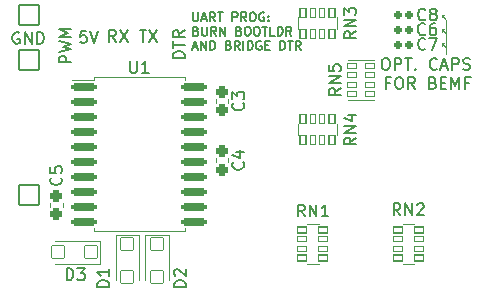
<source format=gto>
G04 #@! TF.GenerationSoftware,KiCad,Pcbnew,6.0.1-79c1e3a40b~116~ubuntu21.04.1*
G04 #@! TF.CreationDate,2022-02-15T17:28:43-05:00*
G04 #@! TF.ProjectId,ESC_V5,4553435f-5635-42e6-9b69-6361645f7063,rev?*
G04 #@! TF.SameCoordinates,Original*
G04 #@! TF.FileFunction,Legend,Top*
G04 #@! TF.FilePolarity,Positive*
%FSLAX46Y46*%
G04 Gerber Fmt 4.6, Leading zero omitted, Abs format (unit mm)*
G04 Created by KiCad (PCBNEW 6.0.1-79c1e3a40b~116~ubuntu21.04.1) date 2022-02-15 17:28:43*
%MOMM*%
%LPD*%
G01*
G04 APERTURE LIST*
G04 Aperture macros list*
%AMRoundRect*
0 Rectangle with rounded corners*
0 $1 Rounding radius*
0 $2 $3 $4 $5 $6 $7 $8 $9 X,Y pos of 4 corners*
0 Add a 4 corners polygon primitive as box body*
4,1,4,$2,$3,$4,$5,$6,$7,$8,$9,$2,$3,0*
0 Add four circle primitives for the rounded corners*
1,1,$1+$1,$2,$3*
1,1,$1+$1,$4,$5*
1,1,$1+$1,$6,$7*
1,1,$1+$1,$8,$9*
0 Add four rect primitives between the rounded corners*
20,1,$1+$1,$2,$3,$4,$5,0*
20,1,$1+$1,$4,$5,$6,$7,0*
20,1,$1+$1,$6,$7,$8,$9,0*
20,1,$1+$1,$8,$9,$2,$3,0*%
G04 Aperture macros list end*
%ADD10C,0.120000*%
%ADD11C,0.150000*%
%ADD12RoundRect,0.268750X-0.256250X0.218750X-0.256250X-0.218750X0.256250X-0.218750X0.256250X0.218750X0*%
%ADD13RoundRect,0.268750X0.256250X-0.218750X0.256250X0.218750X-0.256250X0.218750X-0.256250X-0.218750X0*%
%ADD14RoundRect,0.197500X-0.147500X-0.172500X0.147500X-0.172500X0.147500X0.172500X-0.147500X0.172500X0*%
%ADD15RoundRect,0.050000X-0.550000X0.550000X-0.550000X-0.550000X0.550000X-0.550000X0.550000X0.550000X0*%
%ADD16RoundRect,0.050000X0.550000X0.550000X-0.550000X0.550000X-0.550000X-0.550000X0.550000X-0.550000X0*%
%ADD17RoundRect,0.050000X-0.250000X0.400000X-0.250000X-0.400000X0.250000X-0.400000X0.250000X0.400000X0*%
%ADD18RoundRect,0.050000X-0.200000X0.400000X-0.200000X-0.400000X0.200000X-0.400000X0.200000X0.400000X0*%
%ADD19RoundRect,0.050000X0.380000X0.215000X-0.380000X0.215000X-0.380000X-0.215000X0.380000X-0.215000X0*%
%ADD20RoundRect,0.050000X-0.400000X-0.250000X0.400000X-0.250000X0.400000X0.250000X-0.400000X0.250000X0*%
%ADD21RoundRect,0.050000X-0.400000X-0.200000X0.400000X-0.200000X0.400000X0.200000X-0.400000X0.200000X0*%
%ADD22RoundRect,0.050000X0.400000X0.250000X-0.400000X0.250000X-0.400000X-0.250000X0.400000X-0.250000X0*%
%ADD23RoundRect,0.050000X0.400000X0.200000X-0.400000X0.200000X-0.400000X-0.200000X0.400000X-0.200000X0*%
%ADD24RoundRect,0.200000X-0.875000X-0.150000X0.875000X-0.150000X0.875000X0.150000X-0.875000X0.150000X0*%
%ADD25RoundRect,0.050000X0.850000X0.850000X-0.850000X0.850000X-0.850000X-0.850000X0.850000X-0.850000X0*%
%ADD26O,1.800000X1.800000*%
%ADD27RoundRect,0.050000X-0.850000X0.850000X-0.850000X-0.850000X0.850000X-0.850000X0.850000X0.850000X0*%
G04 APERTURE END LIST*
D10*
X156600000Y-141900000D02*
X156600000Y-141700000D01*
X156600000Y-144100000D02*
X156800000Y-144100000D01*
X157000000Y-144500000D02*
X156600000Y-144100000D01*
X156800000Y-144100000D02*
X156600000Y-144300000D01*
X156600000Y-144300000D02*
X156600000Y-144100000D01*
X156800000Y-141700000D02*
X156600000Y-141900000D01*
X156800000Y-142900000D02*
X156600000Y-143100000D01*
X156600000Y-141700000D02*
X156800000Y-141700000D01*
X156600000Y-142900000D02*
X156800000Y-142900000D01*
X157000000Y-145000000D02*
X157000000Y-142100000D01*
X157000000Y-142100000D02*
X156600000Y-141700000D01*
X157000000Y-143300000D02*
X156600000Y-142900000D01*
X156600000Y-143100000D02*
X156600000Y-142900000D01*
D11*
X125252380Y-145704761D02*
X124252380Y-145704761D01*
X124252380Y-145323809D01*
X124300000Y-145228571D01*
X124347619Y-145180952D01*
X124442857Y-145133333D01*
X124585714Y-145133333D01*
X124680952Y-145180952D01*
X124728571Y-145228571D01*
X124776190Y-145323809D01*
X124776190Y-145704761D01*
X124252380Y-144800000D02*
X125252380Y-144561904D01*
X124538095Y-144371428D01*
X125252380Y-144180952D01*
X124252380Y-143942857D01*
X125252380Y-143561904D02*
X124252380Y-143561904D01*
X124966666Y-143228571D01*
X124252380Y-142895238D01*
X125252380Y-142895238D01*
X135576071Y-141481785D02*
X135576071Y-142088928D01*
X135611785Y-142160357D01*
X135647500Y-142196071D01*
X135718928Y-142231785D01*
X135861785Y-142231785D01*
X135933214Y-142196071D01*
X135968928Y-142160357D01*
X136004642Y-142088928D01*
X136004642Y-141481785D01*
X136326071Y-142017500D02*
X136683214Y-142017500D01*
X136254642Y-142231785D02*
X136504642Y-141481785D01*
X136754642Y-142231785D01*
X137433214Y-142231785D02*
X137183214Y-141874642D01*
X137004642Y-142231785D02*
X137004642Y-141481785D01*
X137290357Y-141481785D01*
X137361785Y-141517500D01*
X137397500Y-141553214D01*
X137433214Y-141624642D01*
X137433214Y-141731785D01*
X137397500Y-141803214D01*
X137361785Y-141838928D01*
X137290357Y-141874642D01*
X137004642Y-141874642D01*
X137647500Y-141481785D02*
X138076071Y-141481785D01*
X137861785Y-142231785D02*
X137861785Y-141481785D01*
X138897500Y-142231785D02*
X138897500Y-141481785D01*
X139183214Y-141481785D01*
X139254642Y-141517500D01*
X139290357Y-141553214D01*
X139326071Y-141624642D01*
X139326071Y-141731785D01*
X139290357Y-141803214D01*
X139254642Y-141838928D01*
X139183214Y-141874642D01*
X138897500Y-141874642D01*
X140076071Y-142231785D02*
X139826071Y-141874642D01*
X139647500Y-142231785D02*
X139647500Y-141481785D01*
X139933214Y-141481785D01*
X140004642Y-141517500D01*
X140040357Y-141553214D01*
X140076071Y-141624642D01*
X140076071Y-141731785D01*
X140040357Y-141803214D01*
X140004642Y-141838928D01*
X139933214Y-141874642D01*
X139647500Y-141874642D01*
X140540357Y-141481785D02*
X140683214Y-141481785D01*
X140754642Y-141517500D01*
X140826071Y-141588928D01*
X140861785Y-141731785D01*
X140861785Y-141981785D01*
X140826071Y-142124642D01*
X140754642Y-142196071D01*
X140683214Y-142231785D01*
X140540357Y-142231785D01*
X140468928Y-142196071D01*
X140397500Y-142124642D01*
X140361785Y-141981785D01*
X140361785Y-141731785D01*
X140397500Y-141588928D01*
X140468928Y-141517500D01*
X140540357Y-141481785D01*
X141576071Y-141517500D02*
X141504642Y-141481785D01*
X141397500Y-141481785D01*
X141290357Y-141517500D01*
X141218928Y-141588928D01*
X141183214Y-141660357D01*
X141147500Y-141803214D01*
X141147500Y-141910357D01*
X141183214Y-142053214D01*
X141218928Y-142124642D01*
X141290357Y-142196071D01*
X141397500Y-142231785D01*
X141468928Y-142231785D01*
X141576071Y-142196071D01*
X141611785Y-142160357D01*
X141611785Y-141910357D01*
X141468928Y-141910357D01*
X141933214Y-142160357D02*
X141968928Y-142196071D01*
X141933214Y-142231785D01*
X141897500Y-142196071D01*
X141933214Y-142160357D01*
X141933214Y-142231785D01*
X141933214Y-141767500D02*
X141968928Y-141803214D01*
X141933214Y-141838928D01*
X141897500Y-141803214D01*
X141933214Y-141767500D01*
X141933214Y-141838928D01*
X135826071Y-143046428D02*
X135933214Y-143082142D01*
X135968928Y-143117857D01*
X136004642Y-143189285D01*
X136004642Y-143296428D01*
X135968928Y-143367857D01*
X135933214Y-143403571D01*
X135861785Y-143439285D01*
X135576071Y-143439285D01*
X135576071Y-142689285D01*
X135826071Y-142689285D01*
X135897500Y-142725000D01*
X135933214Y-142760714D01*
X135968928Y-142832142D01*
X135968928Y-142903571D01*
X135933214Y-142975000D01*
X135897500Y-143010714D01*
X135826071Y-143046428D01*
X135576071Y-143046428D01*
X136326071Y-142689285D02*
X136326071Y-143296428D01*
X136361785Y-143367857D01*
X136397500Y-143403571D01*
X136468928Y-143439285D01*
X136611785Y-143439285D01*
X136683214Y-143403571D01*
X136718928Y-143367857D01*
X136754642Y-143296428D01*
X136754642Y-142689285D01*
X137540357Y-143439285D02*
X137290357Y-143082142D01*
X137111785Y-143439285D02*
X137111785Y-142689285D01*
X137397500Y-142689285D01*
X137468928Y-142725000D01*
X137504642Y-142760714D01*
X137540357Y-142832142D01*
X137540357Y-142939285D01*
X137504642Y-143010714D01*
X137468928Y-143046428D01*
X137397500Y-143082142D01*
X137111785Y-143082142D01*
X137861785Y-143439285D02*
X137861785Y-142689285D01*
X138290357Y-143439285D01*
X138290357Y-142689285D01*
X139468928Y-143046428D02*
X139576071Y-143082142D01*
X139611785Y-143117857D01*
X139647500Y-143189285D01*
X139647500Y-143296428D01*
X139611785Y-143367857D01*
X139576071Y-143403571D01*
X139504642Y-143439285D01*
X139218928Y-143439285D01*
X139218928Y-142689285D01*
X139468928Y-142689285D01*
X139540357Y-142725000D01*
X139576071Y-142760714D01*
X139611785Y-142832142D01*
X139611785Y-142903571D01*
X139576071Y-142975000D01*
X139540357Y-143010714D01*
X139468928Y-143046428D01*
X139218928Y-143046428D01*
X140111785Y-142689285D02*
X140254642Y-142689285D01*
X140326071Y-142725000D01*
X140397500Y-142796428D01*
X140433214Y-142939285D01*
X140433214Y-143189285D01*
X140397500Y-143332142D01*
X140326071Y-143403571D01*
X140254642Y-143439285D01*
X140111785Y-143439285D01*
X140040357Y-143403571D01*
X139968928Y-143332142D01*
X139933214Y-143189285D01*
X139933214Y-142939285D01*
X139968928Y-142796428D01*
X140040357Y-142725000D01*
X140111785Y-142689285D01*
X140897500Y-142689285D02*
X141040357Y-142689285D01*
X141111785Y-142725000D01*
X141183214Y-142796428D01*
X141218928Y-142939285D01*
X141218928Y-143189285D01*
X141183214Y-143332142D01*
X141111785Y-143403571D01*
X141040357Y-143439285D01*
X140897500Y-143439285D01*
X140826071Y-143403571D01*
X140754642Y-143332142D01*
X140718928Y-143189285D01*
X140718928Y-142939285D01*
X140754642Y-142796428D01*
X140826071Y-142725000D01*
X140897500Y-142689285D01*
X141433214Y-142689285D02*
X141861785Y-142689285D01*
X141647500Y-143439285D02*
X141647500Y-142689285D01*
X142468928Y-143439285D02*
X142111785Y-143439285D01*
X142111785Y-142689285D01*
X142718928Y-143439285D02*
X142718928Y-142689285D01*
X142897500Y-142689285D01*
X143004642Y-142725000D01*
X143076071Y-142796428D01*
X143111785Y-142867857D01*
X143147500Y-143010714D01*
X143147500Y-143117857D01*
X143111785Y-143260714D01*
X143076071Y-143332142D01*
X143004642Y-143403571D01*
X142897500Y-143439285D01*
X142718928Y-143439285D01*
X143897500Y-143439285D02*
X143647500Y-143082142D01*
X143468928Y-143439285D02*
X143468928Y-142689285D01*
X143754642Y-142689285D01*
X143826071Y-142725000D01*
X143861785Y-142760714D01*
X143897500Y-142832142D01*
X143897500Y-142939285D01*
X143861785Y-143010714D01*
X143826071Y-143046428D01*
X143754642Y-143082142D01*
X143468928Y-143082142D01*
X135540357Y-144432500D02*
X135897500Y-144432500D01*
X135468928Y-144646785D02*
X135718928Y-143896785D01*
X135968928Y-144646785D01*
X136218928Y-144646785D02*
X136218928Y-143896785D01*
X136647500Y-144646785D01*
X136647500Y-143896785D01*
X137004642Y-144646785D02*
X137004642Y-143896785D01*
X137183214Y-143896785D01*
X137290357Y-143932500D01*
X137361785Y-144003928D01*
X137397500Y-144075357D01*
X137433214Y-144218214D01*
X137433214Y-144325357D01*
X137397500Y-144468214D01*
X137361785Y-144539642D01*
X137290357Y-144611071D01*
X137183214Y-144646785D01*
X137004642Y-144646785D01*
X138576071Y-144253928D02*
X138683214Y-144289642D01*
X138718928Y-144325357D01*
X138754642Y-144396785D01*
X138754642Y-144503928D01*
X138718928Y-144575357D01*
X138683214Y-144611071D01*
X138611785Y-144646785D01*
X138326071Y-144646785D01*
X138326071Y-143896785D01*
X138576071Y-143896785D01*
X138647500Y-143932500D01*
X138683214Y-143968214D01*
X138718928Y-144039642D01*
X138718928Y-144111071D01*
X138683214Y-144182500D01*
X138647500Y-144218214D01*
X138576071Y-144253928D01*
X138326071Y-144253928D01*
X139504642Y-144646785D02*
X139254642Y-144289642D01*
X139076071Y-144646785D02*
X139076071Y-143896785D01*
X139361785Y-143896785D01*
X139433214Y-143932500D01*
X139468928Y-143968214D01*
X139504642Y-144039642D01*
X139504642Y-144146785D01*
X139468928Y-144218214D01*
X139433214Y-144253928D01*
X139361785Y-144289642D01*
X139076071Y-144289642D01*
X139826071Y-144646785D02*
X139826071Y-143896785D01*
X140183214Y-144646785D02*
X140183214Y-143896785D01*
X140361785Y-143896785D01*
X140468928Y-143932500D01*
X140540357Y-144003928D01*
X140576071Y-144075357D01*
X140611785Y-144218214D01*
X140611785Y-144325357D01*
X140576071Y-144468214D01*
X140540357Y-144539642D01*
X140468928Y-144611071D01*
X140361785Y-144646785D01*
X140183214Y-144646785D01*
X141326071Y-143932500D02*
X141254642Y-143896785D01*
X141147500Y-143896785D01*
X141040357Y-143932500D01*
X140968928Y-144003928D01*
X140933214Y-144075357D01*
X140897500Y-144218214D01*
X140897500Y-144325357D01*
X140933214Y-144468214D01*
X140968928Y-144539642D01*
X141040357Y-144611071D01*
X141147500Y-144646785D01*
X141218928Y-144646785D01*
X141326071Y-144611071D01*
X141361785Y-144575357D01*
X141361785Y-144325357D01*
X141218928Y-144325357D01*
X141683214Y-144253928D02*
X141933214Y-144253928D01*
X142040357Y-144646785D02*
X141683214Y-144646785D01*
X141683214Y-143896785D01*
X142040357Y-143896785D01*
X142933214Y-144646785D02*
X142933214Y-143896785D01*
X143111785Y-143896785D01*
X143218928Y-143932500D01*
X143290357Y-144003928D01*
X143326071Y-144075357D01*
X143361785Y-144218214D01*
X143361785Y-144325357D01*
X143326071Y-144468214D01*
X143290357Y-144539642D01*
X143218928Y-144611071D01*
X143111785Y-144646785D01*
X142933214Y-144646785D01*
X143576071Y-143896785D02*
X144004642Y-143896785D01*
X143790357Y-144646785D02*
X143790357Y-143896785D01*
X144683214Y-144646785D02*
X144433214Y-144289642D01*
X144254642Y-144646785D02*
X144254642Y-143896785D01*
X144540357Y-143896785D01*
X144611785Y-143932500D01*
X144647500Y-143968214D01*
X144683214Y-144039642D01*
X144683214Y-144146785D01*
X144647500Y-144218214D01*
X144611785Y-144253928D01*
X144540357Y-144289642D01*
X144254642Y-144289642D01*
X129033333Y-143952380D02*
X128700000Y-143476190D01*
X128461904Y-143952380D02*
X128461904Y-142952380D01*
X128842857Y-142952380D01*
X128938095Y-143000000D01*
X128985714Y-143047619D01*
X129033333Y-143142857D01*
X129033333Y-143285714D01*
X128985714Y-143380952D01*
X128938095Y-143428571D01*
X128842857Y-143476190D01*
X128461904Y-143476190D01*
X129366666Y-142952380D02*
X130033333Y-143952380D01*
X130033333Y-142952380D02*
X129366666Y-143952380D01*
X126509523Y-143052380D02*
X126033333Y-143052380D01*
X125985714Y-143528571D01*
X126033333Y-143480952D01*
X126128571Y-143433333D01*
X126366666Y-143433333D01*
X126461904Y-143480952D01*
X126509523Y-143528571D01*
X126557142Y-143623809D01*
X126557142Y-143861904D01*
X126509523Y-143957142D01*
X126461904Y-144004761D01*
X126366666Y-144052380D01*
X126128571Y-144052380D01*
X126033333Y-144004761D01*
X125985714Y-143957142D01*
X126842857Y-143052380D02*
X127176190Y-144052380D01*
X127509523Y-143052380D01*
X120838095Y-143200000D02*
X120742857Y-143152380D01*
X120600000Y-143152380D01*
X120457142Y-143200000D01*
X120361904Y-143295238D01*
X120314285Y-143390476D01*
X120266666Y-143580952D01*
X120266666Y-143723809D01*
X120314285Y-143914285D01*
X120361904Y-144009523D01*
X120457142Y-144104761D01*
X120600000Y-144152380D01*
X120695238Y-144152380D01*
X120838095Y-144104761D01*
X120885714Y-144057142D01*
X120885714Y-143723809D01*
X120695238Y-143723809D01*
X121314285Y-144152380D02*
X121314285Y-143152380D01*
X121885714Y-144152380D01*
X121885714Y-143152380D01*
X122361904Y-144152380D02*
X122361904Y-143152380D01*
X122600000Y-143152380D01*
X122742857Y-143200000D01*
X122838095Y-143295238D01*
X122885714Y-143390476D01*
X122933333Y-143580952D01*
X122933333Y-143723809D01*
X122885714Y-143914285D01*
X122838095Y-144009523D01*
X122742857Y-144104761D01*
X122600000Y-144152380D01*
X122361904Y-144152380D01*
X134852380Y-145342857D02*
X133852380Y-145342857D01*
X133852380Y-145104761D01*
X133900000Y-144961904D01*
X133995238Y-144866666D01*
X134090476Y-144819047D01*
X134280952Y-144771428D01*
X134423809Y-144771428D01*
X134614285Y-144819047D01*
X134709523Y-144866666D01*
X134804761Y-144961904D01*
X134852380Y-145104761D01*
X134852380Y-145342857D01*
X133852380Y-144485714D02*
X133852380Y-143914285D01*
X134852380Y-144200000D02*
X133852380Y-144200000D01*
X134852380Y-143009523D02*
X134376190Y-143342857D01*
X134852380Y-143580952D02*
X133852380Y-143580952D01*
X133852380Y-143200000D01*
X133900000Y-143104761D01*
X133947619Y-143057142D01*
X134042857Y-143009523D01*
X134185714Y-143009523D01*
X134280952Y-143057142D01*
X134328571Y-143104761D01*
X134376190Y-143200000D01*
X134376190Y-143580952D01*
X151773928Y-145347380D02*
X151964404Y-145347380D01*
X152059642Y-145395000D01*
X152154880Y-145490238D01*
X152202500Y-145680714D01*
X152202500Y-146014047D01*
X152154880Y-146204523D01*
X152059642Y-146299761D01*
X151964404Y-146347380D01*
X151773928Y-146347380D01*
X151678690Y-146299761D01*
X151583452Y-146204523D01*
X151535833Y-146014047D01*
X151535833Y-145680714D01*
X151583452Y-145490238D01*
X151678690Y-145395000D01*
X151773928Y-145347380D01*
X152631071Y-146347380D02*
X152631071Y-145347380D01*
X153012023Y-145347380D01*
X153107261Y-145395000D01*
X153154880Y-145442619D01*
X153202500Y-145537857D01*
X153202500Y-145680714D01*
X153154880Y-145775952D01*
X153107261Y-145823571D01*
X153012023Y-145871190D01*
X152631071Y-145871190D01*
X153488214Y-145347380D02*
X154059642Y-145347380D01*
X153773928Y-146347380D02*
X153773928Y-145347380D01*
X154392976Y-146252142D02*
X154440595Y-146299761D01*
X154392976Y-146347380D01*
X154345357Y-146299761D01*
X154392976Y-146252142D01*
X154392976Y-146347380D01*
X156202500Y-146252142D02*
X156154880Y-146299761D01*
X156012023Y-146347380D01*
X155916785Y-146347380D01*
X155773928Y-146299761D01*
X155678690Y-146204523D01*
X155631071Y-146109285D01*
X155583452Y-145918809D01*
X155583452Y-145775952D01*
X155631071Y-145585476D01*
X155678690Y-145490238D01*
X155773928Y-145395000D01*
X155916785Y-145347380D01*
X156012023Y-145347380D01*
X156154880Y-145395000D01*
X156202500Y-145442619D01*
X156583452Y-146061666D02*
X157059642Y-146061666D01*
X156488214Y-146347380D02*
X156821547Y-145347380D01*
X157154880Y-146347380D01*
X157488214Y-146347380D02*
X157488214Y-145347380D01*
X157869166Y-145347380D01*
X157964404Y-145395000D01*
X158012023Y-145442619D01*
X158059642Y-145537857D01*
X158059642Y-145680714D01*
X158012023Y-145775952D01*
X157964404Y-145823571D01*
X157869166Y-145871190D01*
X157488214Y-145871190D01*
X158440595Y-146299761D02*
X158583452Y-146347380D01*
X158821547Y-146347380D01*
X158916785Y-146299761D01*
X158964404Y-146252142D01*
X159012023Y-146156904D01*
X159012023Y-146061666D01*
X158964404Y-145966428D01*
X158916785Y-145918809D01*
X158821547Y-145871190D01*
X158631071Y-145823571D01*
X158535833Y-145775952D01*
X158488214Y-145728333D01*
X158440595Y-145633095D01*
X158440595Y-145537857D01*
X158488214Y-145442619D01*
X158535833Y-145395000D01*
X158631071Y-145347380D01*
X158869166Y-145347380D01*
X159012023Y-145395000D01*
X152202500Y-147433571D02*
X151869166Y-147433571D01*
X151869166Y-147957380D02*
X151869166Y-146957380D01*
X152345357Y-146957380D01*
X152916785Y-146957380D02*
X153107261Y-146957380D01*
X153202500Y-147005000D01*
X153297738Y-147100238D01*
X153345357Y-147290714D01*
X153345357Y-147624047D01*
X153297738Y-147814523D01*
X153202500Y-147909761D01*
X153107261Y-147957380D01*
X152916785Y-147957380D01*
X152821547Y-147909761D01*
X152726309Y-147814523D01*
X152678690Y-147624047D01*
X152678690Y-147290714D01*
X152726309Y-147100238D01*
X152821547Y-147005000D01*
X152916785Y-146957380D01*
X154345357Y-147957380D02*
X154012023Y-147481190D01*
X153773928Y-147957380D02*
X153773928Y-146957380D01*
X154154880Y-146957380D01*
X154250119Y-147005000D01*
X154297738Y-147052619D01*
X154345357Y-147147857D01*
X154345357Y-147290714D01*
X154297738Y-147385952D01*
X154250119Y-147433571D01*
X154154880Y-147481190D01*
X153773928Y-147481190D01*
X155869166Y-147433571D02*
X156012023Y-147481190D01*
X156059642Y-147528809D01*
X156107261Y-147624047D01*
X156107261Y-147766904D01*
X156059642Y-147862142D01*
X156012023Y-147909761D01*
X155916785Y-147957380D01*
X155535833Y-147957380D01*
X155535833Y-146957380D01*
X155869166Y-146957380D01*
X155964404Y-147005000D01*
X156012023Y-147052619D01*
X156059642Y-147147857D01*
X156059642Y-147243095D01*
X156012023Y-147338333D01*
X155964404Y-147385952D01*
X155869166Y-147433571D01*
X155535833Y-147433571D01*
X156535833Y-147433571D02*
X156869166Y-147433571D01*
X157012023Y-147957380D02*
X156535833Y-147957380D01*
X156535833Y-146957380D01*
X157012023Y-146957380D01*
X157440595Y-147957380D02*
X157440595Y-146957380D01*
X157773928Y-147671666D01*
X158107261Y-146957380D01*
X158107261Y-147957380D01*
X158916785Y-147433571D02*
X158583452Y-147433571D01*
X158583452Y-147957380D02*
X158583452Y-146957380D01*
X159059642Y-146957380D01*
X131038095Y-142952380D02*
X131609523Y-142952380D01*
X131323809Y-143952380D02*
X131323809Y-142952380D01*
X131847619Y-142952380D02*
X132514285Y-143952380D01*
X132514285Y-142952380D02*
X131847619Y-143952380D01*
X139787142Y-149166666D02*
X139834761Y-149214285D01*
X139882380Y-149357142D01*
X139882380Y-149452380D01*
X139834761Y-149595238D01*
X139739523Y-149690476D01*
X139644285Y-149738095D01*
X139453809Y-149785714D01*
X139310952Y-149785714D01*
X139120476Y-149738095D01*
X139025238Y-149690476D01*
X138930000Y-149595238D01*
X138882380Y-149452380D01*
X138882380Y-149357142D01*
X138930000Y-149214285D01*
X138977619Y-149166666D01*
X138882380Y-148833333D02*
X138882380Y-148214285D01*
X139263333Y-148547619D01*
X139263333Y-148404761D01*
X139310952Y-148309523D01*
X139358571Y-148261904D01*
X139453809Y-148214285D01*
X139691904Y-148214285D01*
X139787142Y-148261904D01*
X139834761Y-148309523D01*
X139882380Y-148404761D01*
X139882380Y-148690476D01*
X139834761Y-148785714D01*
X139787142Y-148833333D01*
X139787142Y-154166666D02*
X139834761Y-154214285D01*
X139882380Y-154357142D01*
X139882380Y-154452380D01*
X139834761Y-154595238D01*
X139739523Y-154690476D01*
X139644285Y-154738095D01*
X139453809Y-154785714D01*
X139310952Y-154785714D01*
X139120476Y-154738095D01*
X139025238Y-154690476D01*
X138930000Y-154595238D01*
X138882380Y-154452380D01*
X138882380Y-154357142D01*
X138930000Y-154214285D01*
X138977619Y-154166666D01*
X139215714Y-153309523D02*
X139882380Y-153309523D01*
X138834761Y-153547619D02*
X139549047Y-153785714D01*
X139549047Y-153166666D01*
X124357142Y-155466666D02*
X124404761Y-155514285D01*
X124452380Y-155657142D01*
X124452380Y-155752380D01*
X124404761Y-155895238D01*
X124309523Y-155990476D01*
X124214285Y-156038095D01*
X124023809Y-156085714D01*
X123880952Y-156085714D01*
X123690476Y-156038095D01*
X123595238Y-155990476D01*
X123500000Y-155895238D01*
X123452380Y-155752380D01*
X123452380Y-155657142D01*
X123500000Y-155514285D01*
X123547619Y-155466666D01*
X123452380Y-154561904D02*
X123452380Y-155038095D01*
X123928571Y-155085714D01*
X123880952Y-155038095D01*
X123833333Y-154942857D01*
X123833333Y-154704761D01*
X123880952Y-154609523D01*
X123928571Y-154561904D01*
X124023809Y-154514285D01*
X124261904Y-154514285D01*
X124357142Y-154561904D01*
X124404761Y-154609523D01*
X124452380Y-154704761D01*
X124452380Y-154942857D01*
X124404761Y-155038095D01*
X124357142Y-155085714D01*
X155218333Y-143307142D02*
X155170714Y-143354761D01*
X155027857Y-143402380D01*
X154932619Y-143402380D01*
X154789761Y-143354761D01*
X154694523Y-143259523D01*
X154646904Y-143164285D01*
X154599285Y-142973809D01*
X154599285Y-142830952D01*
X154646904Y-142640476D01*
X154694523Y-142545238D01*
X154789761Y-142450000D01*
X154932619Y-142402380D01*
X155027857Y-142402380D01*
X155170714Y-142450000D01*
X155218333Y-142497619D01*
X156075476Y-142402380D02*
X155885000Y-142402380D01*
X155789761Y-142450000D01*
X155742142Y-142497619D01*
X155646904Y-142640476D01*
X155599285Y-142830952D01*
X155599285Y-143211904D01*
X155646904Y-143307142D01*
X155694523Y-143354761D01*
X155789761Y-143402380D01*
X155980238Y-143402380D01*
X156075476Y-143354761D01*
X156123095Y-143307142D01*
X156170714Y-143211904D01*
X156170714Y-142973809D01*
X156123095Y-142878571D01*
X156075476Y-142830952D01*
X155980238Y-142783333D01*
X155789761Y-142783333D01*
X155694523Y-142830952D01*
X155646904Y-142878571D01*
X155599285Y-142973809D01*
X155233333Y-144557142D02*
X155185714Y-144604761D01*
X155042857Y-144652380D01*
X154947619Y-144652380D01*
X154804761Y-144604761D01*
X154709523Y-144509523D01*
X154661904Y-144414285D01*
X154614285Y-144223809D01*
X154614285Y-144080952D01*
X154661904Y-143890476D01*
X154709523Y-143795238D01*
X154804761Y-143700000D01*
X154947619Y-143652380D01*
X155042857Y-143652380D01*
X155185714Y-143700000D01*
X155233333Y-143747619D01*
X155566666Y-143652380D02*
X156233333Y-143652380D01*
X155804761Y-144652380D01*
X155233333Y-142057142D02*
X155185714Y-142104761D01*
X155042857Y-142152380D01*
X154947619Y-142152380D01*
X154804761Y-142104761D01*
X154709523Y-142009523D01*
X154661904Y-141914285D01*
X154614285Y-141723809D01*
X154614285Y-141580952D01*
X154661904Y-141390476D01*
X154709523Y-141295238D01*
X154804761Y-141200000D01*
X154947619Y-141152380D01*
X155042857Y-141152380D01*
X155185714Y-141200000D01*
X155233333Y-141247619D01*
X155804761Y-141580952D02*
X155709523Y-141533333D01*
X155661904Y-141485714D01*
X155614285Y-141390476D01*
X155614285Y-141342857D01*
X155661904Y-141247619D01*
X155709523Y-141200000D01*
X155804761Y-141152380D01*
X155995238Y-141152380D01*
X156090476Y-141200000D01*
X156138095Y-141247619D01*
X156185714Y-141342857D01*
X156185714Y-141390476D01*
X156138095Y-141485714D01*
X156090476Y-141533333D01*
X155995238Y-141580952D01*
X155804761Y-141580952D01*
X155709523Y-141628571D01*
X155661904Y-141676190D01*
X155614285Y-141771428D01*
X155614285Y-141961904D01*
X155661904Y-142057142D01*
X155709523Y-142104761D01*
X155804761Y-142152380D01*
X155995238Y-142152380D01*
X156090476Y-142104761D01*
X156138095Y-142057142D01*
X156185714Y-141961904D01*
X156185714Y-141771428D01*
X156138095Y-141676190D01*
X156090476Y-141628571D01*
X155995238Y-141580952D01*
X128452380Y-164738095D02*
X127452380Y-164738095D01*
X127452380Y-164500000D01*
X127500000Y-164357142D01*
X127595238Y-164261904D01*
X127690476Y-164214285D01*
X127880952Y-164166666D01*
X128023809Y-164166666D01*
X128214285Y-164214285D01*
X128309523Y-164261904D01*
X128404761Y-164357142D01*
X128452380Y-164500000D01*
X128452380Y-164738095D01*
X128452380Y-163214285D02*
X128452380Y-163785714D01*
X128452380Y-163500000D02*
X127452380Y-163500000D01*
X127595238Y-163595238D01*
X127690476Y-163690476D01*
X127738095Y-163785714D01*
X134952380Y-164738095D02*
X133952380Y-164738095D01*
X133952380Y-164500000D01*
X134000000Y-164357142D01*
X134095238Y-164261904D01*
X134190476Y-164214285D01*
X134380952Y-164166666D01*
X134523809Y-164166666D01*
X134714285Y-164214285D01*
X134809523Y-164261904D01*
X134904761Y-164357142D01*
X134952380Y-164500000D01*
X134952380Y-164738095D01*
X134047619Y-163785714D02*
X134000000Y-163738095D01*
X133952380Y-163642857D01*
X133952380Y-163404761D01*
X134000000Y-163309523D01*
X134047619Y-163261904D01*
X134142857Y-163214285D01*
X134238095Y-163214285D01*
X134380952Y-163261904D01*
X134952380Y-163833333D01*
X134952380Y-163214285D01*
X124861904Y-164152380D02*
X124861904Y-163152380D01*
X125100000Y-163152380D01*
X125242857Y-163200000D01*
X125338095Y-163295238D01*
X125385714Y-163390476D01*
X125433333Y-163580952D01*
X125433333Y-163723809D01*
X125385714Y-163914285D01*
X125338095Y-164009523D01*
X125242857Y-164104761D01*
X125100000Y-164152380D01*
X124861904Y-164152380D01*
X125766666Y-163152380D02*
X126385714Y-163152380D01*
X126052380Y-163533333D01*
X126195238Y-163533333D01*
X126290476Y-163580952D01*
X126338095Y-163628571D01*
X126385714Y-163723809D01*
X126385714Y-163961904D01*
X126338095Y-164057142D01*
X126290476Y-164104761D01*
X126195238Y-164152380D01*
X125909523Y-164152380D01*
X125814285Y-164104761D01*
X125766666Y-164057142D01*
X149352380Y-152090476D02*
X148876190Y-152423809D01*
X149352380Y-152661904D02*
X148352380Y-152661904D01*
X148352380Y-152280952D01*
X148400000Y-152185714D01*
X148447619Y-152138095D01*
X148542857Y-152090476D01*
X148685714Y-152090476D01*
X148780952Y-152138095D01*
X148828571Y-152185714D01*
X148876190Y-152280952D01*
X148876190Y-152661904D01*
X149352380Y-151661904D02*
X148352380Y-151661904D01*
X149352380Y-151090476D01*
X148352380Y-151090476D01*
X148685714Y-150185714D02*
X149352380Y-150185714D01*
X148304761Y-150423809D02*
X149019047Y-150661904D01*
X149019047Y-150042857D01*
X148052380Y-147890476D02*
X147576190Y-148223809D01*
X148052380Y-148461904D02*
X147052380Y-148461904D01*
X147052380Y-148080952D01*
X147100000Y-147985714D01*
X147147619Y-147938095D01*
X147242857Y-147890476D01*
X147385714Y-147890476D01*
X147480952Y-147938095D01*
X147528571Y-147985714D01*
X147576190Y-148080952D01*
X147576190Y-148461904D01*
X148052380Y-147461904D02*
X147052380Y-147461904D01*
X148052380Y-146890476D01*
X147052380Y-146890476D01*
X147052380Y-145938095D02*
X147052380Y-146414285D01*
X147528571Y-146461904D01*
X147480952Y-146414285D01*
X147433333Y-146319047D01*
X147433333Y-146080952D01*
X147480952Y-145985714D01*
X147528571Y-145938095D01*
X147623809Y-145890476D01*
X147861904Y-145890476D01*
X147957142Y-145938095D01*
X148004761Y-145985714D01*
X148052380Y-146080952D01*
X148052380Y-146319047D01*
X148004761Y-146414285D01*
X147957142Y-146461904D01*
X145009523Y-158752380D02*
X144676190Y-158276190D01*
X144438095Y-158752380D02*
X144438095Y-157752380D01*
X144819047Y-157752380D01*
X144914285Y-157800000D01*
X144961904Y-157847619D01*
X145009523Y-157942857D01*
X145009523Y-158085714D01*
X144961904Y-158180952D01*
X144914285Y-158228571D01*
X144819047Y-158276190D01*
X144438095Y-158276190D01*
X145438095Y-158752380D02*
X145438095Y-157752380D01*
X146009523Y-158752380D01*
X146009523Y-157752380D01*
X147009523Y-158752380D02*
X146438095Y-158752380D01*
X146723809Y-158752380D02*
X146723809Y-157752380D01*
X146628571Y-157895238D01*
X146533333Y-157990476D01*
X146438095Y-158038095D01*
X153109523Y-158652380D02*
X152776190Y-158176190D01*
X152538095Y-158652380D02*
X152538095Y-157652380D01*
X152919047Y-157652380D01*
X153014285Y-157700000D01*
X153061904Y-157747619D01*
X153109523Y-157842857D01*
X153109523Y-157985714D01*
X153061904Y-158080952D01*
X153014285Y-158128571D01*
X152919047Y-158176190D01*
X152538095Y-158176190D01*
X153538095Y-158652380D02*
X153538095Y-157652380D01*
X154109523Y-158652380D01*
X154109523Y-157652380D01*
X154538095Y-157747619D02*
X154585714Y-157700000D01*
X154680952Y-157652380D01*
X154919047Y-157652380D01*
X155014285Y-157700000D01*
X155061904Y-157747619D01*
X155109523Y-157842857D01*
X155109523Y-157938095D01*
X155061904Y-158080952D01*
X154490476Y-158652380D01*
X155109523Y-158652380D01*
X149352380Y-143090476D02*
X148876190Y-143423809D01*
X149352380Y-143661904D02*
X148352380Y-143661904D01*
X148352380Y-143280952D01*
X148400000Y-143185714D01*
X148447619Y-143138095D01*
X148542857Y-143090476D01*
X148685714Y-143090476D01*
X148780952Y-143138095D01*
X148828571Y-143185714D01*
X148876190Y-143280952D01*
X148876190Y-143661904D01*
X149352380Y-142661904D02*
X148352380Y-142661904D01*
X149352380Y-142090476D01*
X148352380Y-142090476D01*
X148352380Y-141709523D02*
X148352380Y-141090476D01*
X148733333Y-141423809D01*
X148733333Y-141280952D01*
X148780952Y-141185714D01*
X148828571Y-141138095D01*
X148923809Y-141090476D01*
X149161904Y-141090476D01*
X149257142Y-141138095D01*
X149304761Y-141185714D01*
X149352380Y-141280952D01*
X149352380Y-141566666D01*
X149304761Y-141661904D01*
X149257142Y-141709523D01*
X130238095Y-145602380D02*
X130238095Y-146411904D01*
X130285714Y-146507142D01*
X130333333Y-146554761D01*
X130428571Y-146602380D01*
X130619047Y-146602380D01*
X130714285Y-146554761D01*
X130761904Y-146507142D01*
X130809523Y-146411904D01*
X130809523Y-145602380D01*
X131809523Y-146602380D02*
X131238095Y-146602380D01*
X131523809Y-146602380D02*
X131523809Y-145602380D01*
X131428571Y-145745238D01*
X131333333Y-145840476D01*
X131238095Y-145888095D01*
D10*
X137490000Y-148837221D02*
X137490000Y-149162779D01*
X138510000Y-148837221D02*
X138510000Y-149162779D01*
X138510000Y-153837221D02*
X138510000Y-154162779D01*
X137490000Y-153837221D02*
X137490000Y-154162779D01*
X124510000Y-157950279D02*
X124510000Y-157624721D01*
X123490000Y-157950279D02*
X123490000Y-157624721D01*
X131000000Y-160300000D02*
X129000000Y-160300000D01*
X131000000Y-160300000D02*
X131000000Y-164150000D01*
X129000000Y-160300000D02*
X129000000Y-164150000D01*
X133500000Y-160300000D02*
X133500000Y-164150000D01*
X131500000Y-160300000D02*
X131500000Y-164150000D01*
X133500000Y-160300000D02*
X131500000Y-160300000D01*
X127700000Y-162800000D02*
X123850000Y-162800000D01*
X127700000Y-160800000D02*
X123850000Y-160800000D01*
X127700000Y-162800000D02*
X127700000Y-160800000D01*
X147780000Y-151900000D02*
X147780000Y-150900000D01*
X144420000Y-151900000D02*
X144420000Y-150900000D01*
X150860000Y-145500000D02*
X148660000Y-145500000D01*
X150860000Y-148900000D02*
X148660000Y-148900000D01*
X146200000Y-159420000D02*
X145200000Y-159420000D01*
X146200000Y-162780000D02*
X145200000Y-162780000D01*
X153300000Y-159420000D02*
X154300000Y-159420000D01*
X153300000Y-162780000D02*
X154300000Y-162780000D01*
X147780000Y-142900000D02*
X147780000Y-141900000D01*
X144420000Y-142900000D02*
X144420000Y-141900000D01*
X134860000Y-160010000D02*
X134860000Y-159775000D01*
X127140000Y-146990000D02*
X127140000Y-147225000D01*
X127140000Y-160010000D02*
X127140000Y-159775000D01*
X131000000Y-160010000D02*
X127140000Y-160010000D01*
X131000000Y-160010000D02*
X134860000Y-160010000D01*
X131000000Y-146990000D02*
X134860000Y-146990000D01*
X134860000Y-146990000D02*
X134860000Y-147225000D01*
X127140000Y-147225000D02*
X125325000Y-147225000D01*
X131000000Y-146990000D02*
X127140000Y-146990000D01*
%LPC*%
D12*
X138000000Y-148212500D03*
X138000000Y-149787500D03*
X138000000Y-153212500D03*
X138000000Y-154787500D03*
D13*
X124000000Y-158575000D03*
X124000000Y-157000000D03*
D14*
X152915000Y-142950000D03*
X153885000Y-142950000D03*
X152915000Y-144200000D03*
X153885000Y-144200000D03*
X152915000Y-141700000D03*
X153885000Y-141700000D03*
D15*
X130000000Y-161100000D03*
X130000000Y-163900000D03*
X132500000Y-161100000D03*
X132500000Y-163900000D03*
D16*
X126900000Y-161800000D03*
X124100000Y-161800000D03*
D17*
X147300000Y-150500000D03*
D18*
X146500000Y-150500000D03*
X145700000Y-150500000D03*
D17*
X144900000Y-150500000D03*
X144900000Y-152300000D03*
D18*
X145700000Y-152300000D03*
X146500000Y-152300000D03*
D17*
X147300000Y-152300000D03*
D19*
X149000000Y-146000000D03*
X149000000Y-146800000D03*
X149000000Y-147600000D03*
X149000000Y-148400000D03*
X150520000Y-148400000D03*
X150520000Y-147600000D03*
X150520000Y-146800000D03*
X150520000Y-146000000D03*
D20*
X144800000Y-159900000D03*
D21*
X144800000Y-160700000D03*
X144800000Y-161500000D03*
D20*
X144800000Y-162300000D03*
X146600000Y-162300000D03*
D21*
X146600000Y-161500000D03*
X146600000Y-160700000D03*
D20*
X146600000Y-159900000D03*
D22*
X154700000Y-162300000D03*
D23*
X154700000Y-161500000D03*
X154700000Y-160700000D03*
D22*
X154700000Y-159900000D03*
X152900000Y-159900000D03*
D23*
X152900000Y-160700000D03*
X152900000Y-161500000D03*
D22*
X152900000Y-162300000D03*
D17*
X147300000Y-141500000D03*
D18*
X146500000Y-141500000D03*
X145700000Y-141500000D03*
D17*
X144900000Y-141500000D03*
X144900000Y-143300000D03*
D18*
X145700000Y-143300000D03*
X146500000Y-143300000D03*
D17*
X147300000Y-143300000D03*
D24*
X126350000Y-147785000D03*
X126350000Y-149055000D03*
X126350000Y-150325000D03*
X126350000Y-151595000D03*
X126350000Y-152865000D03*
X126350000Y-154135000D03*
X126350000Y-155405000D03*
X126350000Y-156675000D03*
X126350000Y-157945000D03*
X126350000Y-159215000D03*
X135650000Y-159215000D03*
X135650000Y-157945000D03*
X135650000Y-156675000D03*
X135650000Y-155405000D03*
X135650000Y-154135000D03*
X135650000Y-152865000D03*
X135650000Y-151595000D03*
X135650000Y-150325000D03*
X135650000Y-149055000D03*
X135650000Y-147785000D03*
D25*
X121650000Y-145540000D03*
D26*
X121650000Y-148080000D03*
X121650000Y-150620000D03*
X121650000Y-153160000D03*
D25*
X121650000Y-156970000D03*
D26*
X121650000Y-159510000D03*
X121650000Y-162050000D03*
D27*
X121650000Y-141730000D03*
D26*
X124190000Y-141730000D03*
X126730000Y-141730000D03*
X129270000Y-141730000D03*
X131810000Y-141730000D03*
X134350000Y-141730000D03*
M02*

</source>
